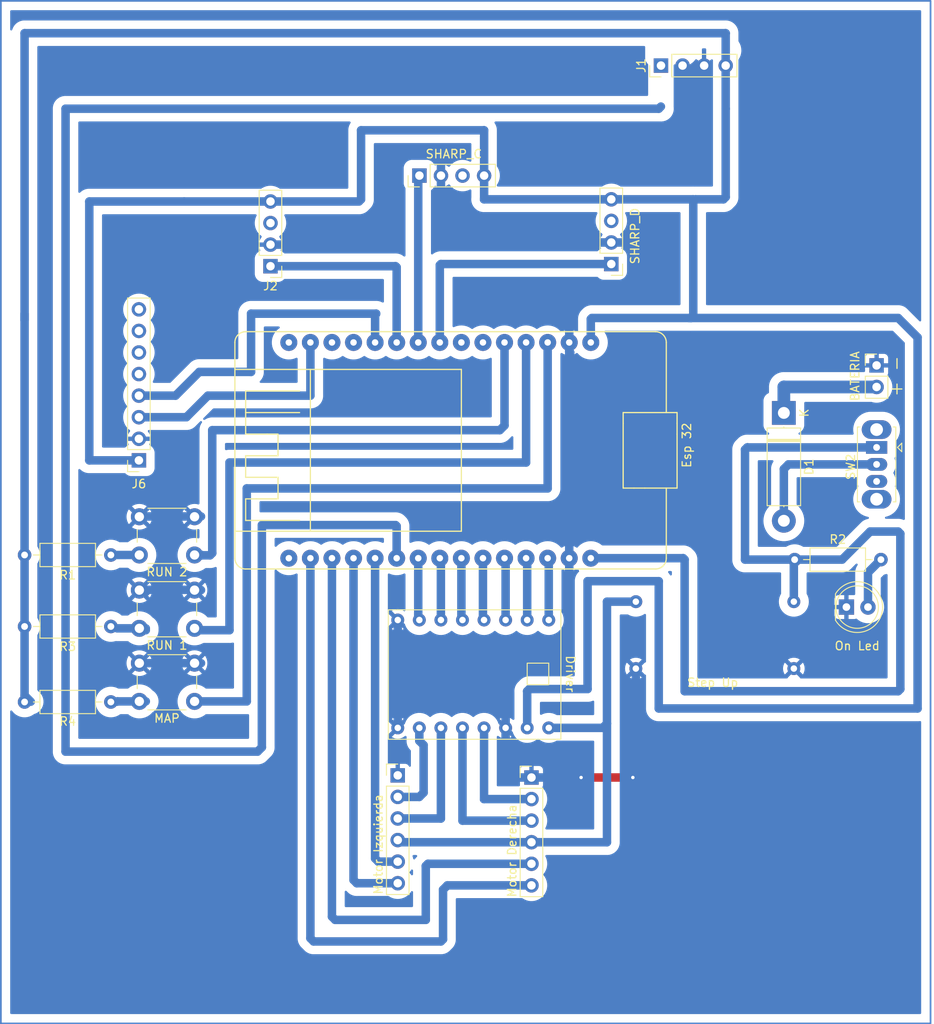
<source format=kicad_pcb>
(kicad_pcb (version 20211014) (generator pcbnew)
  (layers (0 "F.Cu" signal) (31 "B.Cu" signal) (34 "B.Paste" user) (35 "F.Paste" user) (36 "B.SilkS" user "B.Silkscreen") (37 "F.SilkS" user "F.Silkscreen") (38 "B.Mask" user) (39 "F.Mask" user) (44 "Edge.Cuts" user))
  (net 0 "")
  (net 5 "Net-(D1-Pad1)")
  (net 6 "Net-(D1-Pad2)")
  (net 7 "GND")
  (net 8 "Net-(D4-Pad2)")
  (net 9 "/Out_a_d")
  (net 10 "/Out_b_d")
  (net 11 "/VOUT")
  (net 12 "/MD_1")
  (net 13 "/MD_2")
  (net 14 "/Out_a_i")
  (net 15 "/Out_b_i")
  (net 16 "/MI_1")
  (net 17 "/MI_2")
  (net 18 "/SHARP_D")
  (net 20 "/3,3v")
  (net 21 "/SHARP_I")
  (net 23 "/CNY70")
  (net 25 "/SHARP_A")
  (net 27 "/SCL")
  (net 28 "/SDA")
  (net 33 "/BTN_MAP")
  (net 34 "/BTN_RUN_2")
  (net 35 "/BTN_RUN_1")
  (net 36 "/Vin")
  (net 38 "/PWMB")
  (net 39 "/BIN2")
  (net 40 "/BIN1")
  (net 41 "/STBY")
  (net 42 "/AIN1")
  (net 43 "/AIN2")
  (net 44 "/PWMA")
  (footprint "propios:MT3608" (layer "F.Cu") (at 145.4485 94.996 -90)
    (fp_text reference "Step Up" (at 5.588 14.6385 unlocked) (layer "F.SilkS"))
    (fp_text value "Mt3608")
    (pad "1" thru_hole circle (at -3.937085 5.08 270) (size 1.524 1.524) (drill 0.762) (layers *.Cu *.Mask) (net 36 "/Vin"))
    (pad "2" thru_hole circle (at -3.937085 23.685 270) (size 1.524 1.524) (drill 0.762) (layers *.Cu *.Mask) (net 11 "/VOUT"))
    (pad "3" thru_hole circle (at 3.937085 5.08 270) (size 1.524 1.524) (drill 0.762) (layers *.Cu *.Mask) (net 7 "GND"))
    (pad "4" thru_hole circle (at 3.937085 23.685 270) (size 1.524 1.524) (drill 0.762) (layers *.Cu *.Mask) (net 7 "GND"))
  )
  (footprint "Connector_PinHeader_2.54mm:PinHeader_1x02_P2.54mm_Vertical" (layer "F.Cu") (at 150.114 63.241)
    (fp_text reference "BATERIA" (at -2.54 1.275 90) (layer "F.SilkS"))
    (fp_text value "Conn_01x02_Male")
    (fp_line (start -1.33 0) (end -1.33 -1.33) (layer "F.SilkS") (width 0.12))
    (fp_line (start -1.33 3.87) (end 1.33 3.87) (layer "F.SilkS") (width 0.12))
    (fp_line (start -1.33 1.27) (end 1.33 1.27) (layer "F.SilkS") (width 0.12))
    (fp_line (start 1.33 1.27) (end 1.33 3.87) (layer "F.SilkS") (width 0.12))
    (fp_line (start -1.33 -1.33) (end 0 -1.33) (layer "F.SilkS") (width 0.12))
    (fp_line (start -1.33 1.27) (end -1.33 3.87) (layer "F.SilkS") (width 0.12))
    (pad "1" thru_hole rect (at 0 0) (size 1.7 1.7) (drill 1) (layers *.Cu *.Mask) (net 7 "GND"))
    (pad "2" thru_hole oval (at 0 2.54) (size 1.7 1.7) (drill 1) (layers *.Cu *.Mask) (net 5 "Net-(D1-Pad1)"))
  )
  (footprint "propios:tb6612fng" (layer "F.Cu") (at 116.588 100.838 -90)
    (fp_text reference "Driver" (at -1.27 2.542 -90 unlocked) (layer "F.SilkS"))
    (fp_text value "tb6612fng")
    (fp_rect (start -8.82 3.65) (end 6.42 23.97) (layer "F.SilkS") (width 0.12) (fill none))
    (fp_rect (start -2.54 5.08) (end 0 7.62) (layer "F.SilkS") (width 0.12) (fill none))
    (pad "1" thru_hole circle (at -7.62 5.08 270) (size 1.524 1.524) (drill 0.762) (layers *.Cu *.Mask) (net 44 "/PWMA"))
    (pad "2" thru_hole circle (at -7.62 7.62 270) (size 1.524 1.524) (drill 0.762) (layers *.Cu *.Mask) (net 43 "/AIN2"))
    (pad "3" thru_hole circle (at -7.62 10.16 270) (size 1.524 1.524) (drill 0.762) (layers *.Cu *.Mask) (net 42 "/AIN1"))
    (pad "4" thru_hole circle (at -7.62 12.7 270) (size 1.524 1.524) (drill 0.762) (layers *.Cu *.Mask) (net 41 "/STBY"))
    (pad "5" thru_hole circle (at -7.62 15.24 270) (size 1.524 1.524) (drill 0.762) (layers *.Cu *.Mask) (net 40 "/BIN1"))
    (pad "6" thru_hole circle (at -7.62 17.78 270) (size 1.524 1.524) (drill 0.762) (layers *.Cu *.Mask) (net 39 "/BIN2"))
    (pad "7" thru_hole circle (at -7.62 20.32 270) (size 1.524 1.524) (drill 0.762) (layers *.Cu *.Mask) (net 38 "/PWMB"))
    (pad "8" thru_hole circle (at -7.62 22.86 270) (size 1.524 1.524) (drill 0.762) (layers *.Cu *.Mask) (net 7 "GND"))
    (pad "9" thru_hole circle (at 5.08 22.86 270) (size 1.524 1.524) (drill 0.762) (layers *.Cu *.Mask) (net 7 "GND"))
    (pad "10" thru_hole circle (at 5.08 20.32 270) (size 1.524 1.524) (drill 0.762) (layers *.Cu *.Mask) (net 14 "/Out_a_i"))
    (pad "11" thru_hole circle (at 5.08 17.78 270) (size 1.524 1.524) (drill 0.762) (layers *.Cu *.Mask) (net 15 "/Out_b_i"))
    (pad "12" thru_hole circle (at 5.08 15.24 270) (size 1.524 1.524) (drill 0.762) (layers *.Cu *.Mask) (net 10 "/Out_b_d"))
    (pad "13" thru_hole circle (at 5.08 12.7 270) (size 1.524 1.524) (drill 0.762) (layers *.Cu *.Mask) (net 9 "/Out_a_d"))
    (pad "14" thru_hole circle (at 5.08 10.16 270) (size 1.524 1.524) (drill 0.762) (layers *.Cu *.Mask) (net 7 "GND"))
    (pad "15" thru_hole circle (at 5.08 7.62 270) (size 1.524 1.524) (drill 0.762) (layers *.Cu *.Mask) (net 20 "/3,3v"))
    (pad "16" thru_hole circle (at 5.08 5.08 270) (size 1.524 1.524) (drill 0.762) (layers *.Cu *.Mask) (net 11 "/VOUT"))
  )
  (footprint "Connector_PinSocket_2.54mm:PinSocket_1x08_P2.54mm_Vertical" (layer "F.Cu") (at 63.246 74.422 180)
    (fp_text reference "J6" (at 0 -2.77) (layer "F.SilkS"))
    (fp_text value "Conn_01x08_Female")
    (fp_line (start 0 -1.33) (end 1.33 -1.33) (layer "F.SilkS") (width 0.12))
    (fp_line (start -1.33 1.27) (end -1.33 19.11) (layer "F.SilkS") (width 0.12))
    (fp_line (start 1.33 1.27) (end 1.33 19.11) (layer "F.SilkS") (width 0.12))
    (fp_line (start -1.33 19.11) (end 1.33 19.11) (layer "F.SilkS") (width 0.12))
    (fp_line (start 1.33 -1.33) (end 1.33 0) (layer "F.SilkS") (width 0.12))
    (fp_line (start -1.33 1.27) (end 1.33 1.27) (layer "F.SilkS") (width 0.12))
    (pad "1" thru_hole rect (at 0 0 180) (size 1.7 1.7) (drill 1) (layers *.Cu *.Mask) (net 20 "/3,3v"))
    (pad "2" thru_hole oval (at 0 2.54 180) (size 1.7 1.7) (drill 1) (layers *.Cu *.Mask) (net 7 "GND"))
    (pad "3" thru_hole oval (at 0 5.08 180) (size 1.7 1.7) (drill 1) (layers *.Cu *.Mask) (net 27 "/SCL"))
    (pad "4" thru_hole oval (at 0 7.62 180) (size 1.7 1.7) (drill 1) (layers *.Cu *.Mask) (net 28 "/SDA"))
    (pad "5" thru_hole oval (at 0 10.16 180) (size 1.7 1.7) (drill 1) (layers *.Cu *.Mask))
    (pad "6" thru_hole oval (at 0 12.7 180) (size 1.7 1.7) (drill 1) (layers *.Cu *.Mask))
    (pad "7" thru_hole oval (at 0 15.24 180) (size 1.7 1.7) (drill 1) (layers *.Cu *.Mask))
    (pad "8" thru_hole oval (at 0 17.78 180) (size 1.7 1.7) (drill 1) (layers *.Cu *.Mask))
  )
  (footprint "LED_THT:LED_D5.0mm" (layer "F.Cu") (at 146.558 91.694)
    (fp_text reference "On Led" (at 1.27 4.572) (layer "F.SilkS"))
    (fp_text value "LED")
    (fp_line (start -1.29 -1.545) (end -1.29 1.545) (layer "F.SilkS") (width 0.12))
    (fp_arc (start 4.26 -0.000462) (mid 2.072002 2.880433) (end -1.29 1.54483) (layer "F.SilkS") (width 0.12))
    (fp_arc (start -1.29 -1.54483) (mid 2.072002 -2.880433) (end 4.26 0.000462) (layer "F.SilkS") (width 0.12))
    (fp_circle (center 1.27 0) (end 3.77 0) (layer "F.SilkS") (width 0.12) (fill none))
    (pad "1" thru_hole rect (at 0 0) (size 1.8 1.8) (drill 0.9) (layers *.Cu *.Mask) (net 7 "GND"))
    (pad "2" thru_hole circle (at 2.54 0) (size 1.8 1.8) (drill 0.9) (layers *.Cu *.Mask) (net 8 "Net-(D4-Pad2)"))
  )
  (footprint "Button_Switch_THT:SW_PUSH_6mm" (layer "F.Cu") (at 69.798 94.198 180)
    (fp_text reference "RUN 1" (at 3.25 -2) (layer "F.SilkS"))
    (fp_text value "SW_Push")
    (fp_line (start 1 5.5) (end 5.5 5.5) (layer "F.SilkS") (width 0.12))
    (fp_line (start -0.25 1.5) (end -0.25 3) (layer "F.SilkS") (width 0.12))
    (fp_line (start 6.75 3) (end 6.75 1.5) (layer "F.SilkS") (width 0.12))
    (fp_line (start 5.5 -1) (end 1 -1) (layer "F.SilkS") (width 0.12))
    (pad "1" thru_hole circle (at 6.5 0 270) (size 2 2) (drill 1.1) (layers *.Cu *.Mask) (net 35 "/BTN_RUN_1"))
    (pad "1" thru_hole circle (at 0 0 270) (size 2 2) (drill 1.1) (layers *.Cu *.Mask) (net 35 "/BTN_RUN_1"))
    (pad "2" thru_hole circle (at 0 4.5 270) (size 2 2) (drill 1.1) (layers *.Cu *.Mask) (net 7 "GND"))
    (pad "2" thru_hole circle (at 6.5 4.5 270) (size 2 2) (drill 1.1) (layers *.Cu *.Mask) (net 7 "GND"))
  )
  (footprint "Button_Switch_THT:SW_Slide_1P2T_CK_OS102011MS2Q" (layer "F.Cu") (at 150.114 72.898 -90)
    (fp_text reference "SW2" (at 2.286 3.048 90) (layer "F.SilkS"))
    (fp_text value "SW_DPDT_x2")
    (fp_line (start 6.41 2.26) (end 6.41 1.95) (layer "F.SilkS") (width 0.12))
    (fp_line (start -2.41 -1.95) (end -2.41 -2.26) (layer "F.SilkS") (width 0.12))
    (fp_line (start 0.5 -2.96) (end -0.5 -2.96) (layer "F.SilkS") (width 0.12))
    (fp_line (start -2.41 -2.26) (end 6.41 -2.26) (layer "F.SilkS") (width 0.12))
    (fp_line (start -0.5 -2.96) (end 0 -2.46) (layer "F.SilkS") (width 0.12))
    (fp_line (start 6.41 2.26) (end -2.41 2.26) (layer "F.SilkS") (width 0.12))
    (fp_line (start 6.41 -2.26) (end 6.41 -1.95) (layer "F.SilkS") (width 0.12))
    (fp_line (start -2.41 2.26) (end -2.41 1.95) (layer "F.SilkS") (width 0.12))
    (fp_line (start 0 -2.46) (end 0.5 -2.96) (layer "F.SilkS") (width 0.12))
    (pad "" thru_hole oval (at 6.1 0 270) (size 2.2 3.5) (drill 1.5) (layers *.Cu *.Mask))
    (pad "" thru_hole oval (at -2.1 0 270) (size 2.2 3.5) (drill 1.5) (layers *.Cu *.Mask))
    (pad "1" thru_hole rect (at 0 0 270) (size 1.5 2.5) (drill 0.8) (layers *.Cu *.Mask) (net 36 "/Vin"))
    (pad "2" thru_hole oval (at 2 0 270) (size 1.5 2.5) (drill 0.8) (layers *.Cu *.Mask) (net 6 "Net-(D1-Pad2)"))
    (pad "3" thru_hole oval (at 4 0 270) (size 1.5 2.5) (drill 0.8) (layers *.Cu *.Mask))
  )
  (footprint "Resistor_THT:R_Axial_DIN0207_L6.3mm_D2.5mm_P10.16mm_Horizontal" (layer "F.Cu") (at 140.462 86.106)
    (fp_text reference "R2" (at 5.08 -2.37) (layer "F.SilkS"))
    (fp_text value "R")
    (fp_line (start 9.12 0) (end 8.35 0) (layer "F.SilkS") (width 0.12))
    (fp_line (start 1.81 1.37) (end 8.35 1.37) (layer "F.SilkS") (width 0.12))
    (fp_line (start 8.35 1.37) (end 8.35 -1.37) (layer "F.SilkS") (width 0.12))
    (fp_line (start 1.04 0) (end 1.81 0) (layer "F.SilkS") (width 0.12))
    (fp_line (start 1.81 -1.37) (end 1.81 1.37) (layer "F.SilkS") (width 0.12))
    (fp_line (start 8.35 -1.37) (end 1.81 -1.37) (layer "F.SilkS") (width 0.12))
    (pad "1" thru_hole circle (at 0 0) (size 1.6 1.6) (drill 0.8) (layers *.Cu *.Mask) (net 36 "/Vin"))
    (pad "2" thru_hole oval (at 10.16 0) (size 1.6 1.6) (drill 0.8) (layers *.Cu *.Mask) (net 8 "Net-(D4-Pad2)"))
  )
  (footprint "Connector_PinHeader_2.54mm:PinHeader_1x04_P2.54mm_Vertical" (layer "F.Cu") (at 78.74 51.562 180)
    (fp_text reference "J2" (at 0 -2.33) (layer "F.SilkS"))
    (fp_text value "Conn_01x04_Male")
    (fp_line (start -1.33 1.27) (end -1.33 8.95) (layer "F.SilkS") (width 0.12))
    (fp_line (start 1.33 1.27) (end 1.33 8.95) (layer "F.SilkS") (width 0.12))
    (fp_line (start -1.33 -1.33) (end 0 -1.33) (layer "F.SilkS") (width 0.12))
    (fp_line (start -1.33 8.95) (end 1.33 8.95) (layer "F.SilkS") (width 0.12))
    (fp_line (start -1.33 1.27) (end 1.33 1.27) (layer "F.SilkS") (width 0.12))
    (fp_line (start -1.33 0) (end -1.33 -1.33) (layer "F.SilkS") (width 0.12))
    (pad "1" thru_hole rect (at 0 0 180) (size 1.7 1.7) (drill 1) (layers *.Cu *.Mask) (net 21 "/SHARP_I"))
    (pad "2" thru_hole oval (at 0 2.54 180) (size 1.7 1.7) (drill 1) (layers *.Cu *.Mask) (net 7 "GND"))
    (pad "3" thru_hole oval (at 0 5.08 180) (size 1.7 1.7) (drill 1) (layers *.Cu *.Mask))
    (pad "4" thru_hole oval (at 0 7.62 180) (size 1.7 1.7) (drill 1) (layers *.Cu *.Mask) (net 20 "/3,3v"))
  )
  (footprint "Connector_PinHeader_2.54mm:PinHeader_1x06_P2.54mm_Vertical" (layer "F.Cu") (at 93.726 111.506)
    (fp_text reference "Motor Izquierda" (at -2.286 8.128 90) (layer "F.SilkS"))
    (fp_text value "Conn_01x06_Male")
    (fp_line (start -1.33 1.27) (end 1.33 1.27) (layer "F.SilkS") (width 0.12))
    (fp_line (start -1.33 -1.33) (end 0 -1.33) (layer "F.SilkS") (width 0.12))
    (fp_line (start -1.33 14.03) (end 1.33 14.03) (layer "F.SilkS") (width 0.12))
    (fp_line (start 1.33 1.27) (end 1.33 14.03) (layer "F.SilkS") (width 0.12))
    (fp_line (start -1.33 1.27) (end -1.33 14.03) (layer "F.SilkS") (width 0.12))
    (fp_line (start -1.33 0) (end -1.33 -1.33) (layer "F.SilkS") (width 0.12))
    (pad "1" thru_hole rect (at 0 0) (size 1.7 1.7) (drill 1) (layers *.Cu *.Mask) (net 7 "GND"))
    (pad "2" thru_hole oval (at 0 2.54) (size 1.7 1.7) (drill 1) (layers *.Cu *.Mask) (net 14 "/Out_a_i"))
    (pad "3" thru_hole oval (at 0 5.08) (size 1.7 1.7) (drill 1) (layers *.Cu *.Mask) (net 15 "/Out_b_i"))
    (pad "4" thru_hole oval (at 0 7.62) (size 1.7 1.7) (drill 1) (layers *.Cu *.Mask) (net 11 "/VOUT"))
    (pad "5" thru_hole oval (at 0 10.16) (size 1.7 1.7) (drill 1) (layers *.Cu *.Mask) (net 16 "/MI_1"))
    (pad "6" thru_hole oval (at 0 12.7) (size 1.7 1.7) (drill 1) (layers *.Cu *.Mask) (net 17 "/MI_2"))
  )
  (footprint "Resistor_THT:R_Axial_DIN0207_L6.3mm_D2.5mm_P10.16mm_Horizontal" (layer "F.Cu") (at 59.944 93.98 180)
    (fp_text reference "R3" (at 5.08 -2.37) (layer "F.SilkS"))
    (fp_text value "R")
    (fp_line (start 8.35 1.37) (end 8.35 -1.37) (layer "F.SilkS") (width 0.12))
    (fp_line (start 9.12 0) (end 8.35 0) (layer "F.SilkS") (width 0.12))
    (fp_line (start 1.81 1.37) (end 8.35 1.37) (layer "F.SilkS") (width 0.12))
    (fp_line (start 1.81 -1.37) (end 1.81 1.37) (layer "F.SilkS") (width 0.12))
    (fp_line (start 1.04 0) (end 1.81 0) (layer "F.SilkS") (width 0.12))
    (fp_line (start 8.35 -1.37) (end 1.81 -1.37) (layer "F.SilkS") (width 0.12))
    (pad "1" thru_hole circle (at 0 0 180) (size 1.6 1.6) (drill 0.8) (layers *.Cu *.Mask) (net 35 "/BTN_RUN_1"))
    (pad "2" thru_hole oval (at 10.16 0 180) (size 1.6 1.6) (drill 0.8) (layers *.Cu *.Mask) (net 20 "/3,3v"))
  )
  (footprint "Connector_PinHeader_2.54mm:PinHeader_1x06_P2.54mm_Vertical" (layer "F.Cu") (at 109.474 111.76)
    (fp_text reference "Motor Derecha" (at -2.286 8.636 90) (layer "F.SilkS"))
    (fp_text value "Conn_01x06_Male")
    (fp_line (start -1.33 0) (end -1.33 -1.33) (layer "F.SilkS") (width 0.12))
    (fp_line (start 1.33 1.27) (end 1.33 14.03) (layer "F.SilkS") (width 0.12))
    (fp_line (start -1.33 14.03) (end 1.33 14.03) (layer "F.SilkS") (width 0.12))
    (fp_line (start -1.33 -1.33) (end 0 -1.33) (layer "F.SilkS") (width 0.12))
    (fp_line (start -1.33 1.27) (end 1.33 1.27) (layer "F.SilkS") (width 0.12))
    (fp_line (start -1.33 1.27) (end -1.33 14.03) (layer "F.SilkS") (width 0.12))
    (pad "1" thru_hole rect (at 0 0) (size 1.7 1.7) (drill 1) (layers *.Cu *.Mask) (net 7 "GND"))
    (pad "2" thru_hole oval (at 0 2.54) (size 1.7 1.7) (drill 1) (layers *.Cu *.Mask) (net 9 "/Out_a_d"))
    (pad "3" thru_hole oval (at 0 5.08) (size 1.7 1.7) (drill 1) (layers *.Cu *.Mask) (net 10 "/Out_b_d"))
    (pad "4" thru_hole oval (at 0 7.62) (size 1.7 1.7) (drill 1) (layers *.Cu *.Mask) (net 11 "/VOUT"))
    (pad "5" thru_hole oval (at 0 10.16) (size 1.7 1.7) (drill 1) (layers *.Cu *.Mask) (net 12 "/MD_1"))
    (pad "6" thru_hole oval (at 0 12.7) (size 1.7 1.7) (drill 1) (layers *.Cu *.Mask) (net 13 "/MD_2"))
  )
  (footprint "Button_Switch_THT:SW_PUSH_6mm" (layer "F.Cu") (at 69.798 85.562 180)
    (fp_text reference "RUN 2" (at 3.25 -2) (layer "F.SilkS"))
    (fp_text value "SW_Push")
    (fp_line (start 1 5.5) (end 5.5 5.5) (layer "F.SilkS") (width 0.12))
    (fp_line (start 5.5 -1) (end 1 -1) (layer "F.SilkS") (width 0.12))
    (fp_line (start 6.75 3) (end 6.75 1.5) (layer "F.SilkS") (width 0.12))
    (fp_line (start -0.25 1.5) (end -0.25 3) (layer "F.SilkS") (width 0.12))
    (pad "1" thru_hole circle (at 0 0 270) (size 2 2) (drill 1.1) (layers *.Cu *.Mask) (net 34 "/BTN_RUN_2"))
    (pad "1" thru_hole circle (at 6.5 0 270) (size 2 2) (drill 1.1) (layers *.Cu *.Mask) (net 34 "/BTN_RUN_2"))
    (pad "2" thru_hole circle (at 6.5 4.5 270) (size 2 2) (drill 1.1) (layers *.Cu *.Mask) (net 7 "GND"))
    (pad "2" thru_hole circle (at 0 4.5 270) (size 2 2) (drill 1.1) (layers *.Cu *.Mask) (net 7 "GND"))
  )
  (footprint "DOIT_ESP32:DOIT_ESP32_Devkit_mirko" (layer "F.Cu") (at 125.349 59.2695 -90)
    (fp_text reference "Esp 32" (at 13.3745 -2.413 90) (layer "F.SilkS"))
    (fp_text value "ESP32-Devkit-V1")
    (fp_line (start 4.445 24.13) (end 23.495 24.13) (layer "F.SilkS") (width 0.15))
    (fp_line (start 10.795 -1.27) (end 9.525 -1.27) (layer "F.SilkS") (width 0.15))
    (fp_line (start 18.415 0) (end 26.67 0) (layer "F.SilkS") (width 0.15))
    (fp_line (start 17.145 45.72) (end 19.685 45.72) (layer "F.SilkS") (width 0.15))
    (fp_line (start 19.685 49.53) (end 22.225 49.53) (layer "F.SilkS") (width 0.15))
    (fp_line (start 19.685 48.26) (end 19.685 49.53) (layer "F.SilkS") (width 0.15))
    (fp_line (start 12.065 45.72) (end 14.605 45.72) (layer "F.SilkS") (width 0.15))
    (fp_line (start 14.605 49.53) (end 17.145 49.53) (layer "F.SilkS") (width 0.15))
    (fp_line (start 9.525 0) (end 1.27 0) (layer "F.SilkS") (width 0.15))
    (fp_line (start 1.27 50.8) (end 26.67 50.8) (layer "F.SilkS") (width 0.15))
    (fp_line (start 23.495 24.13) (end 23.495 50.8) (layer "F.SilkS") (width 0.15))
    (fp_line (start 18.415 -1.27) (end 18.415 2.54) (layer "F.SilkS") (width 0.15))
    (fp_line (start 19.685 45.72) (end 19.685 48.26) (layer "F.SilkS") (width 0.15))
    (fp_line (start 18.415 5.08) (end 10.795 5.08) (layer "F.SilkS") (width 0.15))
    (fp_line (start 23.495 41.91) (end 4.445 41.91) (layer "F.SilkS") (width 0.15))
    (fp_line (start 6.985 43.18) (end 6.985 49.53) (layer "F.SilkS") (width 0.15))
    (fp_line (start 18.415 3.81) (end 18.415 5.08) (layer "F.SilkS") (width 0.15))
    (fp_line (start 9.525 49.53) (end 12.065 49.53) (layer "F.SilkS") (width 0.15))
    (fp_line (start 9.525 5.08) (end 10.795 5.08) (layer "F.SilkS") (width 0.15))
    (fp_line (start 14.605 45.72) (end 14.605 49.53) (layer "F.SilkS") (width 0.15))
    (fp_line (start 0 49.53) (end 0 1.27) (layer "F.SilkS") (width 0.15))
    (fp_line (start 4.445 50.8) (end 4.445 24.13) (layer "F.SilkS") (width 0.15))
    (fp_line (start 27.94 1.27) (end 27.94 49.53) (layer "F.SilkS") (width 0.15))
    (fp_line (start 12.065 -1.27) (end 18.415 -1.27) (layer "F.SilkS") (width 0.15))
    (fp_line (start 12.065 -1.27) (end 10.795 -1.27) (layer "F.SilkS") (width 0.15))
    (fp_line (start 6.985 49.53) (end 9.525 49.53) (layer "F.SilkS") (width 0.15))
    (fp_line (start 22.225 49.53) (end 22.225 43.18) (layer "F.SilkS") (width 0.15))
    (fp_line (start 18.415 3.81) (end 18.415 2.54) (layer "F.SilkS") (width 0.15))
    (fp_line (start 9.525 49.53) (end 9.525 43.18) (layer "F.SilkS") (width 0.15))
    (fp_line (start 9.525 -1.27) (end 9.525 5.08) (layer "F.SilkS") (width 0.15))
    (fp_line (start 12.065 49.53) (end 12.065 46.99) (layer "F.SilkS") (width 0.15))
    (fp_line (start 17.145 49.53) (end 17.145 45.72) (layer "F.SilkS") (width 0.15))
    (fp_line (start 12.065 46.99) (end 12.065 45.72) (layer "F.SilkS") (width 0.15))
    (fp_arc (start 1.27 50.8) (mid 0.371974 50.428026) (end 0 49.53) (layer "F.SilkS") (width 0.15))
    (fp_arc (start 26.67 0) (mid 27.568026 0.371974) (end 27.94 1.27) (layer "F.SilkS") (width 0.15))
    (fp_arc (start 0 1.27) (mid 0.371974 0.371974) (end 1.27 0) (layer "F.SilkS") (width 0.15))
    (fp_arc (start 27.94 49.53) (mid 27.568026 50.428026) (end 26.67 50.8) (layer "F.SilkS") (width 0.15))
    (pad "1" thru_hole circle locked (at 26.67 8.89 270) (size 2 2) (drill 0.762) (layers *.Cu *.Mask) (net 36 "/Vin"))
    (pad "2" thru_hole circle locked (at 26.67 11.43 270) (size 2 2) (drill 0.762) (layers *.Cu *.Mask) (net 7 "GND"))
    (pad "3" thru_hole circle locked (at 26.67 13.97 270) (size 2 2) (drill 0.762) (layers *.Cu *.Mask) (net 44 "/PWMA"))
    (pad "4" thru_hole circle locked (at 26.67 16.51 270) (size 2 2) (drill 0.762) (layers *.Cu *.Mask) (net 43 "/AIN2"))
    (pad "5" thru_hole circle locked (at 26.67 19.05 270) (size 2 2) (drill 0.762) (layers *.Cu *.Mask) (net 42 "/AIN1"))
    (pad "6" thru_hole circle locked (at 26.67 21.59 270) (size 2 2) (drill 0.762) (layers *.Cu *.Mask) (net 41 "/STBY"))
    (pad "7" thru_hole circle locked (at 26.67 24.13 270) (size 2 2) (drill 0.762) (layers *.Cu *.Mask) (net 40 "/BIN1"))
    (pad "8" thru_hole circle locked (at 26.67 26.67 270) (size 2 2) (drill 0.762) (layers *.Cu *.Mask) (net 39 "/BIN2"))
    (pad "9" thru_hole circle locked (at 26.67 29.21 270) (size 2 2) (drill 0.762) (layers *.Cu *.Mask) (net 38 "/PWMB"))
    (pad "10" thru_hole circle locked (at 26.67 31.75 270) (size 2 2) (drill 0.762) (layers *.Cu *.Mask) (net 23 "/CNY70"))
    (pad "11" thru_hole circle locked (at 26.67 34.29 270) (size 2 2) (drill 0.762) (layers *.Cu *.Mask) (net 16 "/MI_1"))
    (pad "12" thru_hole circle locked (at 26.67 36.83 270) (size 2 2) (drill 0.762) (layers *.Cu *.Mask) (net 17 "/MI_2"))
    (pad "13" thru_hole circle locked (at 26.67 39.37 270) (size 2 2) (drill 0.762) (layers *.Cu *.Mask) (net 12 "/MD_1"))
    (pad "14" thru_hole circle locked (at 26.67 41.91 270) (size 2 2) (drill 0.762) (layers *.Cu *.Mask) (net 13 "/MD_2"))
    (pad "15" thru_hole circle locked (at 26.67 44.45 270) (size 2 2) (drill 0.762) (layers *.Cu *.Mask))
    (pad "16" thru_hole circle locked (at 1.27 44.45 270) (size 2 2) (drill 0.762) (layers *.Cu *.Mask))
    (pad "17" thru_hole circle locked (at 1.27 41.91 270) (size 2 2) (drill 0.762) (layers *.Cu *.Mask) (net 27 "/SCL"))
    (pad "18" thru_hole circle locked (at 1.27 39.37 270) (size 2 2) (drill 0.762) (layers *.Cu *.Mask))
    (pad "19" thru_hole circle locked (at 1.27 36.83 270) (size 2 2) (drill 0.762) (layers *.Cu *.Mask))
    (pad "20" thru_hole circle locked (at 1.27 34.29 270) (size 2 2) (drill 0.762) (layers *.Cu *.Mask) (net 28 "/SDA"))
    (pad "21" thru_hole circle locked (at 1.27 31.75 270) (size 2 2) (drill 0.762) (layers *.Cu *.Mask) (net 21 "/SHARP_I"))
    (pad "22" thru_hole circle locked (at 1.27 29.21 270) (size 2 2) (drill 0.762) (layers *.Cu *.Mask) (net 25 "/SHARP_A"))
    (pad "23" thru_hole circle locked (at 1.27 26.67 270) (size 2 2) (drill 0.762) (layers *.Cu *.Mask) (net 18 "/SHARP_D"))
    (pad "24" thru_hole circle locked (at 1.27 24.13 270) (size 2 2) (drill 0.762) (layers *.Cu *.Mask))
    (pad "25" thru_hole circle locked (at 1.27 21.59 270) (size 2 2) (drill 0.762) (layers *.Cu *.Mask))
    (pad "26" thru_hole circle locked (at 1.27 19.05 270) (size 2 2) (drill 0.762) (layers *.Cu *.Mask) (net 34 "/BTN_RUN_2"))
    (pad "27" thru_hole circle locked (at 1.27 16.51 270) (size 2 2) (drill 0.762) (layers *.Cu *.Mask) (net 35 "/BTN_RUN_1"))
    (pad "28" thru_hole circle locked (at 1.27 13.97 270) (size 2 2) (drill 0.762) (layers *.Cu *.Mask) (net 33 "/BTN_MAP"))
    (pad "29" thru_hole circle locked (at 1.27 11.43 270) (size 2 2) (drill 0.762) (layers *.Cu *.Mask) (net 7 "GND"))
    (pad "30" thru_hole circle locked (at 1.27 8.89 270) (size 2 2) (drill 0.762) (layers *.Cu *.Mask) (net 20 "/3,3v"))
  )
  (footprint "Connector_PinHeader_2.54mm:PinHeader_1x04_P2.54mm_Vertical" (layer "F.Cu") (at 118.872 51.308 180)
    (fp_text reference "SHARP_D" (at -2.794 3.302 90) (layer "F.SilkS"))
    (fp_text value "Conn_01x04_Male")
    (fp_line (start -1.33 1.27) (end -1.33 8.95) (layer "F.SilkS") (width 0.12))
    (fp_line (start -1.33 0) (end -1.33 -1.33) (layer "F.SilkS") (width 0.12))
    (fp_line (start 1.33 1.27) (end 1.33 8.95) (layer "F.SilkS") (width 0.12))
    (fp_line (start -1.33 -1.33) (end 0 -1.33) (layer "F.SilkS") (width 0.12))
    (fp_line (start -1.33 1.27) (end 1.33 1.27) (layer "F.SilkS") (width 0.12))
    (fp_line (start -1.33 8.95) (end 1.33 8.95) (layer "F.SilkS") (width 0.12))
    (pad "1" thru_hole rect (at 0 0 180) (size 1.7 1.7) (drill 1) (layers *.Cu *.Mask) (net 18 "/SHARP_D"))
    (pad "2" thru_hole oval (at 0 2.54 180) (size 1.7 1.7) (drill 1) (layers *.Cu *.Mask) (net 7 "GND"))
    (pad "3" thru_hole oval (at 0 5.08 180) (size 1.7 1.7) (drill 1) (layers *.Cu *.Mask))
    (pad "4" thru_hole oval (at 0 7.62 180) (size 1.7 1.7) (drill 1) (layers *.Cu *.Mask) (net 20 "/3,3v"))
  )
  (footprint "Button_Switch_THT:SW_PUSH_6mm" (layer "F.Cu") (at 69.798 102.798 180)
    (fp_text reference "MAP" (at 3.25 -2) (layer "F.SilkS"))
    (fp_text value "SW_Push")
    (fp_line (start 5.5 -1) (end 1 -1) (layer "F.SilkS") (width 0.12))
    (fp_line (start -0.25 1.5) (end -0.25 3) (layer "F.SilkS") (width 0.12))
    (fp_line (start 6.75 3) (end 6.75 1.5) (layer "F.SilkS") (width 0.12))
    (fp_line (start 1 5.5) (end 5.5 5.5) (layer "F.SilkS") (width 0.12))
    (pad "1" thru_hole circle (at 0 0 270) (size 2 2) (drill 1.1) (layers *.Cu *.Mask) (net 33 "/BTN_MAP"))
    (pad "1" thru_hole circle (at 6.5 0 270) (size 2 2) (drill 1.1) (layers *.Cu *.Mask) (net 33 "/BTN_MAP"))
    (pad "2" thru_hole circle (at 6.5 4.5 270) (size 2 2) (drill 1.1) (layers *.Cu *.Mask) (net 7 "GND"))
    (pad "2" thru_hole circle (at 0 4.5 270) (size 2 2) (drill 1.1) (layers *.Cu *.Mask) (net 7 "GND"))
  )
  (footprint "Connector_PinHeader_2.54mm:PinHeader_1x04_P2.54mm_Vertical" (layer "F.Cu") (at 124.724 27.94 90)
    (fp_text reference "J1" (at 0 -2.33 90) (layer "F.SilkS"))
    (fp_text value "Conn_01x04_Male")
    (fp_line (start -1.33 1.27) (end -1.33 8.95) (layer "F.SilkS") (width 0.12))
    (fp_line (start -1.33 0) (end -1.33 -1.33) (layer "F.SilkS") (width 0.12))
    (fp_line (start -1.33 8.95) (end 1.33 8.95) (layer "F.SilkS") (width 0.12))
    (fp_line (start 1.33 1.27) (end 1.33 8.95) (layer "F.SilkS") (width 0.12))
    (fp_line (start -1.33 -1.33) (end 0 -1.33) (layer "F.SilkS") (width 0.12))
    (fp_line (start -1.33 1.27) (end 1.33 1.27) (layer "F.SilkS") (width 0.12))
    (pad "1" thru_hole rect (at 0 0 90) (size 1.7 1.7) (drill 1) (layers *.Cu *.Mask) (net 23 "/CNY70"))
    (pad "2" thru_hole oval (at 0 2.54 90) (size 1.7 1.7) (drill 1) (layers *.Cu *.Mask))
    (pad "3" thru_hole oval (at 0 5.08 90) (size 1.7 1.7) (drill 1) (layers *.Cu *.Mask) (net 7 "GND"))
    (pad "4" thru_hole oval (at 0 7.62 90) (size 1.7 1.7) (drill 1) (layers *.Cu *.Mask) (net 20 "/3,3v"))
  )
  (footprint "Resistor_THT:R_Axial_DIN0207_L6.3mm_D2.5mm_P10.16mm_Horizontal" (layer "F.Cu") (at 59.944 85.562 180)
    (fp_text reference "R1" (at 5.08 -2.37) (layer "F.SilkS"))
    (fp_text value "R")
    (fp_line (start 1.81 -1.37) (end 1.81 1.37) (layer "F.SilkS") (width 0.12))
    (fp_line (start 1.81 1.37) (end 8.35 1.37) (layer "F.SilkS") (width 0.12))
    (fp_line (start 8.35 -1.37) (end 1.81 -1.37) (layer "F.SilkS") (width 0.12))
    (fp_line (start 1.04 0) (end 1.81 0) (layer "F.SilkS") (width 0.12))
    (fp_line (start 8.35 1.37) (end 8.35 -1.37) (layer "F.SilkS") (width 0.12))
    (fp_line (start 9.12 0) (end 8.35 0) (layer "F.SilkS") (width 0.12))
    (pad "1" thru_hole circle (at 0 0 180) (size 1.6 1.6) (drill 0.8) (layers *.Cu *.Mask) (net 34 "/BTN_RUN_2"))
    (pad "2" thru_hole oval (at 10.16 0 180) (size 1.6 1.6) (drill 0.8) (layers *.Cu *.Mask) (net 20 "/3,3v"))
  )
  (footprint "Connector_PinHeader_2.54mm:PinHeader_1x04_P2.54mm_Vertical" (layer "F.Cu") (at 96.276 40.894 90)
    (fp_text reference "SHARP_C" (at 2.54 4.054 180) (layer "F.SilkS"))
    (fp_text value "Conn_01x04_Male")
    (fp_line (start -1.33 -1.33) (end 0 -1.33) (layer "F.SilkS") (width 0.12))
    (fp_line (start 1.33 1.27) (end 1.33 8.95) (layer "F.SilkS") (width 0.12))
    (fp_line (start -1.33 0) (end -1.33 -1.33) (layer "F.SilkS") (width 0.12))
    (fp_line (start -1.33 1.27) (end 1.33 1.27) (layer "F.SilkS") (width 0.12))
    (fp_line (start -1.33 8.95) (end 1.33 8.95) (layer "F.SilkS") (width 0.12))
    (fp_line (start -1.33 1.27) (end -1.33 8.95) (layer "F.SilkS") (width 0.12))
    (pad "1" thru_hole rect (at 0 0 90) (size 1.7 1.7) (drill 1) (layers *.Cu *.Mask) (net 25 "/SHARP_A"))
    (pad "2" thru_hole oval (at 0 2.54 90) (size 1.7 1.7) (drill 1) (layers *.Cu *.Mask) (net 7 "GND"))
    (pad "3" thru_hole oval (at 0 5.08 90) (size 1.7 1.7) (drill 1) (layers *.Cu *.Mask))
    (pad "4" thru_hole oval (at 0 7.62 90) (size 1.7 1.7) (drill 1) (layers *.Cu *.Mask) (net 20 "/3,3v"))
  )
  (footprint "Diode_THT:D_5W_P12.70mm_Horizontal" (layer "F.Cu") (at 139.192 68.834 -90)
    (fp_text reference "D1" (at 6.35 -2.97 90) (layer "F.SilkS"))
    (fp_text value "DIODE")
    (fp_text user "K" (at 0 -2.4 90) (layer "F.SilkS"))
    (fp_line (start 3.235 -1.97) (end 3.235 1.97) (layer "F.SilkS") (width 0.12))
    (fp_line (start 1.64 0) (end 1.78 0) (layer "F.SilkS") (width 0.12))
    (fp_line (start 3.355 -1.97) (end 3.355 1.97) (layer "F.SilkS") (width 0.12))
    (fp_line (start 10.92 -1.97) (end 1.78 -1.97) (layer "F.SilkS") (width 0.12))
    (fp_line (start 3.115 -1.97) (end 3.115 1.97) (layer "F.SilkS") (width 0.12))
    (fp_line (start 1.78 1.97) (end 10.92 1.97) (layer "F.SilkS") (width 0.12))
    (fp_line (start 10.92 1.97) (end 10.92 -1.97) (layer "F.SilkS") (width 0.12))
    (fp_line (start 1.78 -1.97) (end 1.78 1.97) (layer "F.SilkS") (width 0.12))
    (fp_line (start 11.06 0) (end 10.92 0) (layer "F.SilkS") (width 0.12))
    (pad "1" thru_hole rect (at 0 0 270) (size 2.8 2.8) (drill 1.4) (layers *.Cu *.Mask) (net 5 "Net-(D1-Pad1)"))
    (pad "2" thru_hole oval (at 12.7 0 270) (size 2.8 2.8) (drill 1.4) (layers *.Cu *.Mask) (net 6 "Net-(D1-Pad2)"))
  )
  (footprint "Resistor_THT:R_Axial_DIN0207_L6.3mm_D2.5mm_P10.16mm_Horizontal" (layer "F.Cu") (at 49.784 102.87)
    (fp_text reference "R4" (at 5.08 2.286) (layer "F.SilkS"))
    (fp_text value "R")
    (fp_line (start 1.81 1.37) (end 8.35 1.37) (layer "F.SilkS") (width 0.12))
    (fp_line (start 1.81 -1.37) (end 1.81 1.37) (layer "F.SilkS") (width 0.12))
    (fp_line (start 1.04 0) (end 1.81 0) (layer "F.SilkS") (width 0.12))
    (fp_line (start 8.35 1.37) (end 8.35 -1.37) (layer "F.SilkS") (width 0.12))
    (fp_line (start 8.35 -1.37) (end 1.81 -1.37) (layer "F.SilkS") (width 0.12))
    (fp_line (start 9.12 0) (end 8.35 0) (layer "F.SilkS") (width 0.12))
    (pad "1" thru_hole circle (at 0 0) (size 1.6 1.6) (drill 0.8) (layers *.Cu *.Mask) (net 20 "/3,3v"))
    (pad "2" thru_hole oval (at 10.16 0) (size 1.6 1.6) (drill 0.8) (layers *.Cu *.Mask) (net 33 "/BTN_MAP"))
  )
  (gr_rect (start 46.99 20.32) (end 156.464 140.716) (layer "B.Cu") (width 0.2) (fill none))
  (gr_text "+ -\n" (at 152.4 64.516 90) (layer "F.SilkS") (effects (font (size 1.5 1.5))))
  (segment (start 139.197 65.781) (end 139.192 65.786) (width 1.5) (layer "B.Cu") (net 5))
  (segment (start 150.114 65.781) (end 139.197 65.781) (width 1.5) (layer "B.Cu") (net 5))
  (segment (start 139.192 65.786) (end 139.192 68.834) (width 1.5) (layer "B.Cu") (net 5))
  (segment (start 139.192 75.438) (end 139.192 81.534) (width 1) (layer "B.Cu") (net 6))
  (segment (start 139.732 74.898) (end 139.192 75.438) (width 1) (layer "B.Cu") (net 6))
  (segment (start 150.114 74.898) (end 139.732 74.898) (width 1) (layer "B.Cu") (net 6))
  (segment (start 115.316 111.76) (end 121.412 111.76) (width 1) (layer "F.Cu") (net 7))
  (via (at 121.412 111.76) (size 0.8) (drill 0.4) (layers "F.Cu" "B.Cu") (net 7))
  (via (at 115.316 111.76) (size 0.8) (drill 0.4) (layers "F.Cu" "B.Cu") (net 7))
  (segment (start 92.456 48.768) (end 92.456 38.1) (width 1) (layer "B.Cu") (net 7))
  (segment (start 121.412 111.76) (end 121.7635 111.4085) (width 1) (layer "B.Cu") (net 7))
  (segment (start 123.444 54.102) (end 123.444 48.768) (width 1) (layer "B.Cu") (net 7))
  (segment (start 106.428 111.508) (end 106.428 105.918) (width 1) (layer "B.Cu") (net 7))
  (segment (start 92.202 49.022) (end 92.456 48.768) (width 1) (layer "B.Cu") (net 7))
  (segment (start 106.428 98.046) (end 93.728 98.046) (width 1) (layer "B.Cu") (net 7))
  (segment (start 92.71 37.846) (end 98.806 37.846) (width 1) (layer "B.Cu") (net 7))
  (segment (start 69.762 89.662) (end 63.334 89.662) (width 1) (layer "B.Cu") (net 7))
  (segment (start 64.096 89.662) (end 64.06 89.698) (width 1) (layer "B.Cu") (net 7))
  (segment (start 113.919 97.917) (end 113.919 88.265) (width 1) (layer "B.Cu") (net 7))
  (segment (start 67.056 81.062) (end 67.02 81.026) (width 1) (layer "B.Cu") (net 7))
  (segment (start 93.728 105.918) (end 93.728 98.046) (width 1) (layer "B.Cu") (net 7))
  (segment (start 67.092 98.298) (end 67.056 98.262) (width 1) (layer "B.Cu") (net 7))
  (segment (start 109.474 111.76) (end 106.68 111.76) (width 1) (layer "B.Cu") (net 7))
  (segment (start 109.474 111.76) (end 115.316 111.76) (width 1) (layer "B.Cu") (net 7))
  (segment (start 99.06 48.768) (end 98.816 48.524) (width 1) (layer "B.Cu") (net 7))
  (segment (start 93.726 111.76) (end 93.728 111.758) (width 1) (layer "B.Cu") (net 7))
  (segment (start 78.74 49.022) (end 92.202 49.022) (width 1) (layer "B.Cu") (net 7))
  (segment (start 64.06 89.698) (end 64.06 89.916) (width 1) (layer "B.Cu") (net 7))
  (segment (start 67.02 81.026) (end 64.06 81.026) (width 1) (layer "B.Cu") (net 7))
  (segment (start 114.046 61.722) (end 113.919 61.595) (width 1) (layer "B.Cu") (net 7))
  (segment (start 113.919 54.737) (end 114.3 54.356) (width 1) (layer "B.Cu") (net 7))
  (segment (start 106.428 98.046) (end 106.426 98.044) (width 1) (layer "B.Cu") (net 7))
  (segment (start 123.444 48.768) (end 118.872 48.768) (width 1) (layer "B.Cu") (net 7))
  (segment (start 113.792 98.044) (end 114.046 97.79) (width 1) (layer "B.Cu") (net 7))
  (segment (start 113.919 88.265) (end 113.919 85.9395) (width 1) (layer "B.Cu") (net 7))
  (segment (start 113.919 61.595) (end 113.919 54.737) (width 1) (layer "B.Cu") (net 7))
  (segment (start 70.56 89.698) (end 70.524 89.662) (width 1) (layer "B.Cu") (net 7))
  (segment (start 106.428 105.918) (end 106.428 98.046) (width 1) (layer "B.Cu") (net 7))
  (segment (start 121.7635 111.4085) (end 121.7635 98.933085) (width 1) (layer "B.Cu") (net 7))
  (segment (start 70.56 98.298) (end 67.092 98.298) (width 1) (layer "B.Cu") (net 7))
  (segment (start 93.728 98.046) (end 93.728 93.218) (width 1) (layer "B.Cu") (net 7))
  (segment (start 118.872 48.768) (end 99.06 48.768) (width 1) (layer "B.Cu") (net 7))
  (segment (start 106.426 98.044) (end 113.792 98.044) (width 1) (layer "B.Cu") (net 7))
  (segment (start 114.046 98.044) (end 113.919 97.917) (width 1) (layer "B.Cu") (net 7))
  (segment (start 98.806 37.846) (end 98.816 37.856) (width 1) (layer "B.Cu") (net 7))
  (segment (start 67.02 98.298) (end 67.056 98.262) (width 1) (layer "B.Cu") (net 7))
  (segment (start 70.56 81.026) (end 67.02 81.026) (width 1) (layer "B.Cu") (net 7))
  (segment (start 106.68 111.76) (end 106.428 111.508) (width 1) (layer "B.Cu") (net 7))
  (segment (start 113.919 60.5395) (end 113.919 85.9395) (width 1) (layer "B.Cu") (net 7))
  (segment (start 123.19 54.356) (end 123.444 54.102) (width 1) (layer "B.Cu") (net 7))
  (segment (start 92.456 38.1) (end 92.71 37.846) (width 1) (layer "B.Cu") (net 7))
  (segment (start 64.06 98.298) (end 67.02 98.298) (width 1) (layer "B.Cu") (net 7))
  (segment (start 114.3 54.356) (end 123.19 54.356) (width 1) (layer "B.Cu") (net 7))
  (segment (start 98.816 48.524) (end 98.816 40.894) (width 1) (layer "B.Cu") (net 7))
  (segment (start 98.816 37.856) (end 98.816 40.894) (width 1) (layer "B.Cu") (net 7))
  (segment (start 149.098 87.63) (end 150.622 86.106) (width 1) (layer "B.Cu") (net 8))
  (segment (start 149.098 91.694) (end 149.098 87.63) (width 1) (layer "B.Cu") (net 8))
  (segment (start 103.888 114.298) (end 103.888 105.918) (width 1) (layer "B.Cu") (net 9))
  (segment (start 103.886 114.3) (end 103.888 114.298) (width 1) (layer "B.Cu") (net 9))
  (segment (start 109.474 114.3) (end 103.886 114.3) (width 1) (layer "B.Cu") (net 9))
  (segment (start 101.348 116.84) (end 101.348 105.918) (width 1) (layer "B.Cu") (net 10))
  (segment (start 109.474 116.84) (end 101.348 116.84) (width 1) (layer "B.Cu") (net 10))
  (segment (start 109.474 119.38) (end 93.98 119.38) (width 1) (layer "B.Cu") (net 11))
  (segment (start 118.364 91.058915) (end 121.7635 91.058915) (width 1) (layer "B.Cu") (net 11))
  (segment (start 109.474 119.38) (end 118.364 119.38) (width 1) (layer "B.Cu") (net 11))
  (segment (start 117.856 105.918) (end 111.508 105.918) (width 1) (layer "B.Cu") (net 11))
  (segment (start 118.364 105.41) (end 118.364 91.058915) (width 1) (layer "B.Cu") (net 11))
  (segment (start 118.364 119.38) (end 118.364 105.41) (width 1) (layer "B.Cu") (net 11))
  (segment (start 93.98 119.38) (end 93.726 119.126) (width 1) (layer "B.Cu") (net 11))
  (segment (start 118.364 105.41) (end 117.856 105.918) (width 1) (layer "B.Cu") (net 11))
  (segment (start 109.474 121.92) (end 97.282 121.92) (width 1) (layer "B.Cu") (net 12))
  (segment (start 86.36 128.524) (end 85.979 128.143) (width 1) (layer "B.Cu") (net 12))
  (segment (start 85.979 128.143) (end 85.979 85.9395) (width 1) (layer "B.Cu") (net 12))
  (segment (start 97.028 128.524) (end 86.36 128.524) (width 1) (layer "B.Cu") (net 12))
  (segment (start 97.028 122.174) (end 97.028 128.524) (width 1) (layer "B.Cu") (net 12))
  (segment (start 97.282 121.92) (end 97.028 122.174) (width 1) (layer "B.Cu") (net 12))
  (segment (start 83.439 130.683) (end 83.439 85.9395) (width 1) (layer "B.Cu") (net 13))
  (segment (start 99.06 130.81) (end 98.806 131.064) (width 1) (layer "B.Cu") (net 13))
  (segment (start 109.474 124.46) (end 99.568 124.46) (width 1) (layer "B.Cu") (net 13))
  (segment (start 99.06 124.968) (end 99.06 130.81) (width 1) (layer "B.Cu") (net 13))
  (segment (start 98.806 131.064) (end 83.82 131.064) (width 1) (layer "B.Cu") (net 13))
  (segment (start 83.82 131.064) (end 83.439 130.683) (width 1) (layer "B.Cu") (net 13))
  (segment (start 99.568 124.46) (end 99.06 124.968) (width 1) (layer "B.Cu") (net 13))
  (segment (start 96.774 113.538) (end 96.774 107.95) (width 1) (layer "B.Cu") (net 14))
  (segment (start 96.266 105.92) (end 96.268 105.918) (width 1) (layer "B.Cu") (net 14))
  (segment (start 93.726 114.046) (end 96.266 114.046) (width 1) (layer "B.Cu") (net 14))
  (segment (start 96.774 107.95) (end 96.266 107.442) (width 1) (layer "B.Cu") (net 14))
  (segment (start 96.266 107.442) (end 96.266 105.92) (width 1) (layer "B.Cu") (net 14))
  (segment (start 96.266 114.046) (end 96.774 113.538) (width 1) (layer "B.Cu") (net 14))
  (segment (start 98.808 116.584) (end 98.806 116.586) (width 1) (layer "B.Cu") (net 15))
  (segment (start 98.808 105.918) (end 98.808 116.584) (width 1) (layer "B.Cu") (net 15))
  (segment (start 98.806 116.586) (end 93.726 116.586) (width 1) (layer "B.Cu") (net 15))
  (segment (start 93.726 121.666) (end 91.44 121.666) (width 1) (layer "B.Cu") (net 16))
  (segment (start 91.059 121.285) (end 91.059 85.9395) (width 1) (layer "B.Cu") (net 16))
  (segment (start 91.44 121.666) (end 91.059 121.285) (width 1) (layer "B.Cu") (net 16))
  (segment (start 88.519 123.825) (end 88.519 85.9395) (width 1) (layer "B.Cu") (net 17))
  (segment (start 88.9 124.206) (end 88.519 123.825) (width 1) (layer "B.Cu") (net 17))
  (segment (start 93.726 124.206) (end 88.9 124.206) (width 1) (layer "B.Cu") (net 17))
  (segment (start 118.872 51.308) (end 98.806 51.308) (width 1) (layer "B.Cu") (net 18))
  (segment (start 98.806 51.308) (end 98.679 51.435) (width 1) (layer "B.Cu") (net 18))
  (segment (start 98.679 51.435) (end 98.679 60.5395) (width 1) (layer "B.Cu") (net 18))
  (segment (start 128.524 43.942) (end 128.524 57.404) (width 1) (layer "B.Cu") (net 20))
  (segment (start 118.872 43.688) (end 103.886 43.688) (width 1) (layer "B.Cu") (net 20))
  (segment (start 128.524 43.688) (end 128.651 43.815) (width 1) (layer "B.Cu") (net 20))
  (segment (start 89.408 35.56) (end 89.408 43.688) (width 1) (layer "B.Cu") (net 20))
  (segment (start 132.344 24.14) (end 132.344 33.02) (width 1) (layer "B.Cu") (net 20))
  (segment (start 57.404 43.942) (end 57.404 74.422) (width 1) (layer "B.Cu") (net 20))
  (segment (start 116.078 101.346) (end 109.22 101.346) (width 1) (layer "B.Cu") (net 20))
  (segment (start 103.896 40.894) (end 103.896 35.57) (width 1) (layer "B.Cu") (net 20))
  (segment (start 124.46 88.646) (end 116.078 88.646) (width 1) (layer "B.Cu") (net 20))
  (segment (start 57.404 74.422) (end 63.246 74.422) (width 1) (layer "B.Cu") (net 20))
  (segment (start 118.872 43.688) (end 128.524 43.688) (width 1) (layer "B.Cu") (net 20))
  (segment (start 68.58 43.942) (end 57.404 43.942) (width 1) (layer "B.Cu") (net 20))
  (segment (start 128.651 43.815) (end 128.524 43.942) (width 1) (layer "B.Cu") (net 20))
  (segment (start 128.27 57.658) (end 116.586 57.658) (width 1) (layer "B.Cu") (net 20))
  (segment (start 116.586 57.658) (end 116.459 57.785) (width 1) (layer "B.Cu") (net 20))
  (segment (start 108.968 101.602) (end 108.968 105.918) (width 1) (layer "B.Cu") (net 20))
  (segment (start 124.46 103.632) (end 124.46 88.646) (width 1) (layer "B.Cu") (net 20))
  (segment (start 78.74 43.942) (end 68.58 43.942) (width 1) (layer "B.Cu") (net 20))
  (segment (start 154.94 103.632) (end 124.46 103.632) (width 1) (layer "B.Cu") (net 20))
  (segment (start 103.896 35.57) (end 103.886 35.56) (width 1) (layer "B.Cu") (net 20))
  (segment (start 116.459 57.785) (end 116.459 60.5395) (width 1) (layer "B.Cu") (net 20))
  (segment (start 49.784 24.13) (end 132.334 24.13) (width 1) (layer "B.Cu") (net 20))
  (segment (start 108.966 101.6) (end 108.968 101.602) (width 1) (layer "B.Cu") (net 20))
  (segment (start 132.334 24.13) (end 132.344 24.14) (width 1) (layer "B.Cu") (net 20))
  (segment (start 132.344 43.424) (end 132.344 33.02) (width 1) (layer "B.Cu") (net 20))
  (segment (start 154.94 59.944) (end 154.94 103.632) (width 1) (layer "B.Cu") (net 20))
  (segment (start 152.654 57.658) (end 154.94 59.944) (width 1) (layer "B.Cu") (net 20))
  (segment (start 128.778 43.688) (end 132.08 43.688) (width 1) (layer "B.Cu") (net 20))
  (segment (start 128.524 57.404) (end 128.27 57.658) (width 1) (layer "B.Cu") (net 20))
  (segment (start 49.784 57.912) (end 49.784 24.13) (width 1) (layer "B.Cu") (net 20))
  (segment (start 89.408 43.688) (end 89.154 43.942) (width 1) (layer "B.Cu") (net 20))
  (segment (start 49.784 102.108) (end 49.784 57.15) (width 1) (layer "B.Cu") (net 20))
  (segment (start 109.22 101.346) (end 108.966 101.6) (width 1) (layer "B.Cu") (net 20))
  (segment (start 128.016 57.658) (end 152.654 57.658) (width 1) (layer "B.Cu") (net 20))
  (segment (start 103.886 35.56) (end 89.408 35.56) (width 1) (layer "B.Cu") (net 20))
  (segment (start 50.51 102.834) (end 49.784 102.108) (width 1) (layer "B.Cu") (net 20))
  (segment (start 128.651 43.815) (end 128.778 43.688) (width 1) (layer "B.Cu") (net 20))
  (segment (start 103.886 43.688) (end 103.896 43.678) (width 1) (layer "B.Cu") (net 20))
  (segment (start 132.08 43.688) (end 132.344 43.424) (width 1) (layer "B.Cu") (net 20))
  (segment (start 89.154 43.942) (end 78.74 43.942) (width 1) (layer "B.Cu") (net 20))
  (segment (start 103.896 43.678) (end 103.896 40.894) (width 1) (layer "B.Cu") (net 20))
  (segment (start 116.078 88.646) (end 116.078 101.346) (width 1) (layer "B.Cu") (net 20))
  (segment (start 93.599 60.5395) (end 93.599 51.689) (width 1) (layer "B.Cu") (net 21))
  (segment (start 93.472 51.562) (end 78.74 51.562) (width 1) (layer "B.Cu") (net 21))
  (segment (start 93.599 51.689) (end 93.472 51.562) (width 1) (layer "B.Cu") (net 21))
  (segment (start 77.724 108.204) (end 77.216 108.712) (width 1) (layer "B.Cu") (net 23))
  (segment (start 93.599 82.169) (end 93.472 82.042) (width 1) (layer "B.Cu") (net 23))
  (segment (start 77.216 108.712) (end 54.61 108.712) (width 1) (layer "B.Cu") (net 23))
  (segment (start 54.61 108.712) (end 54.61 33.02) (width 1) (layer "B.Cu") (net 23))
  (segment (start 77.724 82.042) (end 77.724 108.204) (width 1) (layer "B.Cu") (net 23))
  (segment (start 93.472 82.042) (end 77.724 82.042) (width 1) (layer "B.Cu") (net 23))
  (segment (start 124.46 33.02) (end 124.714 32.766) (width 1) (layer "B.Cu") (net 23))
  (segment (start 93.599 85.9395) (end 93.599 82.169) (width 1) (layer "B.Cu") (net 23))
  (segment (start 54.61 33.02) (end 124.46 33.02) (width 1) (layer "B.Cu") (net 23))
  (segment (start 96.139 41.031) (end 96.139 60.5395) (width 1) (layer "B.Cu") (net 25))
  (segment (start 96.276 40.894) (end 96.139 41.031) (width 1) (layer "B.Cu") (net 25))
  (segment (start 68.834 69.342) (end 71.374 66.802) (width 1) (layer "B.Cu") (net 27))
  (segment (start 83.439 66.802) (end 83.439 60.5395) (width 1) (layer "B.Cu") (net 27))
  (segment (start 71.374 66.802) (end 83.439 66.802) (width 1) (layer "B.Cu") (net 27))
  (segment (start 63.246 69.342) (end 68.834 69.342) (width 1) (layer "B.Cu") (net 27))
  (segment (start 91.059 57.277) (end 91.186 57.15) (width 1) (layer "B.Cu") (net 28))
  (segment (start 91.186 57.15) (end 76.454 57.15) (width 1) (layer "B.Cu") (net 28))
  (segment (start 76.454 57.15) (end 76.454 64.008) (width 1) (layer "B.Cu") (net 28))
  (segment (start 70.358 64.008) (end 67.564 66.802) (width 1) (layer "B.Cu") (net 28))
  (segment (start 67.564 66.802) (end 63.246 66.802) (width 1) (layer "B.Cu") (net 28))
  (segment (start 76.454 64.008) (end 70.358 64.008) (width 1) (layer "B.Cu") (net 28))
  (segment (start 91.059 60.5395) (end 91.059 57.277) (width 1) (layer "B.Cu") (net 28))
  (segment (start 64.06 102.798) (end 60.706 102.798) (width 1) (layer "B.Cu") (net 33))
  (segment (start 75.946 77.724) (end 111.379 77.724) (width 1) (layer "B.Cu") (net 33))
  (segment (start 111.379 77.724) (end 111.379 60.5395) (width 1) (layer "B.Cu") (net 33))
  (segment (start 70.56 102.798) (end 75.946 102.798) (width 1) (layer "B.Cu") (net 33))
  (segment (start 75.946 102.798) (end 75.946 77.724) (width 1) (layer "B.Cu") (net 33))
  (segment (start 60.706 102.798) (end 60.67 102.834) (width 1) (layer "B.Cu") (net 33))
  (segment (start 71.628 85.598) (end 71.882 85.344) (width 1) (layer "B.Cu") (net 34))
  (segment (start 70.56 85.526) (end 70.632 85.598) (width 1) (layer "B.Cu") (net 34))
  (segment (start 63.298 85.562) (end 59.944 85.562) (width 1) (layer "B.Cu") (net 34))
  (segment (start 105.744944 70.866) (end 106.299 70.311944) (width 1) (layer "B.Cu") (net 34))
  (segment (start 70.632 85.598) (end 71.628 85.598) (width 1) (layer "B.Cu") (net 34))
  (segment (start 106.299 70.311944) (end 106.299 60.5395) (width 1) (layer "B.Cu") (net 34))
  (segment (start 71.882 85.344) (end 71.882 70.866) (width 1) (layer "B.Cu") (net 34))
  (segment (start 71.882 70.866) (end 105.744944 70.866) (width 1) (layer "B.Cu") (net 34))
  (segment (start 73.914 94.416) (end 70.56 94.416) (width 1) (layer "B.Cu") (net 35))
  (segment (start 108.839 74.676) (end 73.914 74.676) (width 1) (layer "B.Cu") (net 35))
  (segment (start 73.914 74.676) (end 73.914 94.416) (width 1) (layer "B.Cu") (net 35))
  (segment (start 64.06 94.198) (end 60.67 94.198) (width 1) (layer "B.Cu") (net 35))
  (segment (start 63.842 94.198) (end 64.06 94.416) (width 1) (layer "B.Cu") (net 35))
  (segment (start 108.839 60.5395) (end 108.839 74.676) (width 1) (layer "B.Cu") (net 35))
  (segment (start 134.62 73.152) (end 134.62 86.106) (width 1) (layer "B.Cu") (net 36))
  (segment (start 140.3685 91.058915) (end 140.3685 86.1995) (width 1) (layer "B.Cu") (net 36))
  (segment (start 134.938 72.898) (end 134.906 72.93) (width 1) (layer "B.Cu") (net 36))
  (segment (start 152.908 101.346) (end 152.654 101.6) (width 1) (layer "B.Cu") (net 36))
  (segment (start 134.906 72.93) (end 134.874 72.898) (width 1) (layer "B.Cu") (net 36))
  (segment (start 152.654 101.6) (end 127.508 101.6) (width 1) (layer "B.Cu") (net 36))
  (segment (start 134.874 72.898) (end 134.62 73.152) (width 1) (layer "B.Cu") (net 36))
  (segment (start 127.508 101.6) (end 127.508 86.106) (width 1) (layer "B.Cu") (net 36))
  (segment (start 146.05 86.106) (end 149.352 82.804) (width 1) (layer "B.Cu") (net 36))
  (segment (start 152.908 83.058) (end 152.908 101.346) (width 1) (layer "B.Cu") (net 36))
  (segment (start 152.654 82.804) (end 152.908 83.058) (width 1) (layer "B.Cu") (net 36))
  (segment (start 127.508 86.106) (end 127.3415 85.9395) (width 1) (layer "B.Cu") (net 36))
  (segment (start 127.3415 85.9395) (end 116.459 85.9395) (width 1) (layer "B.Cu") (net 36))
  (segment (start 150.114 72.898) (end 134.938 72.898) (width 1) (layer "B.Cu") (net 36))
  (segment (start 140.462 86.106) (end 146.05 86.106) (width 1) (layer "B.Cu") (net 36))
  (segment (start 149.352 82.804) (end 152.654 82.804) (width 1) (layer "B.Cu") (net 36))
  (segment (start 140.462 86.106) (end 134.62 86.106) (width 1) (layer "B.Cu") (net 36))
  (segment (start 140.3685 86.1995) (end 140.462 86.106) (width 1) (layer "B.Cu") (net 36))
  (segment (start 96.139 85.9395) (end 96.139 93.089) (width 1) (layer "B.Cu") (net 38))
  (segment (start 96.139 93.089) (end 96.268 93.218) (width 1) (layer "B.Cu") (net 38))
  (segment (start 98.808 93.218) (end 98.808 86.0685) (width 1) (layer "B.Cu") (net 39))
  (segment (start 98.808 86.0685) (end 98.679 85.9395) (width 1) (layer "B.Cu") (net 39))
  (segment (start 101.219 85.9395) (end 101.219 93.089) (width 1) (layer "B.Cu") (net 40))
  (segment (start 101.219 93.089) (end 101.348 93.218) (width 1) (layer "B.Cu") (net 40))
  (segment (start 103.759 85.9395) (end 103.759 93.089) (width 1) (layer "B.Cu") (net 41))
  (segment (start 103.759 93.089) (end 103.888 93.218) (width 1) (layer "B.Cu") (net 41))
  (segment (start 106.428 86.0685) (end 106.299 85.9395) (width 1) (layer "B.Cu") (net 42))
  (segment (start 106.428 93.218) (end 106.428 86.0685) (width 1) (layer "B.Cu") (net 42))
  (segment (start 108.968 93.218) (end 108.968 86.0685) (width 1) (layer "B.Cu") (net 43))
  (segment (start 108.968 86.0685) (end 108.839 85.9395) (width 1) (layer "B.Cu") (net 43))
  (segment (start 111.508 93.218) (end 111.508 86.0685) (width 1) (layer "B.Cu") (net 44))
  (segment (start 111.508 86.0685) (end 111.379 85.9395) (width 1) (layer "B.Cu") (net 44))
  (zone (net 7) (net_name "GND") (layer "B.Cu") (connect_pads (clearance 1)) (min_thickness 0.254) (fill yes (thermal_gap 0.508) (thermal_bridge_width 0.508) (island_removal_mode 1) (island_area_min 0))
    (polygon (pts (xy 156.464 140.716) (xy 46.99 140.716) (xy 46.99 20.32) (xy 156.464 20.32)))
  )
)
</source>
